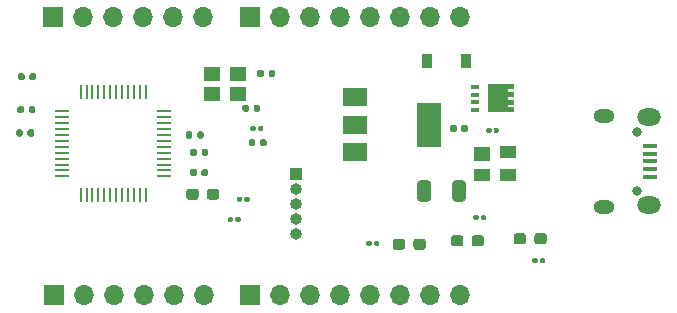
<source format=gts>
%TF.GenerationSoftware,KiCad,Pcbnew,(5.1.10)-1*%
%TF.CreationDate,2021-11-18T18:04:21+00:00*%
%TF.ProjectId,arduino_zero_like,61726475-696e-46f5-9f7a-65726f5f6c69,rev?*%
%TF.SameCoordinates,Original*%
%TF.FileFunction,Soldermask,Top*%
%TF.FilePolarity,Negative*%
%FSLAX46Y46*%
G04 Gerber Fmt 4.6, Leading zero omitted, Abs format (unit mm)*
G04 Created by KiCad (PCBNEW (5.1.10)-1) date 2021-11-18 18:04:21*
%MOMM*%
%LPD*%
G01*
G04 APERTURE LIST*
%ADD10R,0.900000X1.200000*%
%ADD11R,1.400000X1.200000*%
%ADD12R,1.400000X1.000000*%
%ADD13R,1.700000X1.700000*%
%ADD14O,1.700000X1.700000*%
%ADD15R,1.000000X1.000000*%
%ADD16O,1.000000X1.000000*%
%ADD17R,1.300000X0.450000*%
%ADD18O,2.000000X1.450000*%
%ADD19O,1.800000X1.150000*%
%ADD20O,0.800000X0.800000*%
%ADD21R,0.700000X0.420000*%
%ADD22C,0.100000*%
%ADD23R,2.000000X3.800000*%
%ADD24R,2.000000X1.500000*%
%ADD25R,0.250000X1.300000*%
%ADD26R,1.300000X0.250000*%
G04 APERTURE END LIST*
%TO.C,C1*%
G36*
G01*
X91440000Y-66560000D02*
X91440000Y-66220000D01*
G75*
G02*
X91580000Y-66080000I140000J0D01*
G01*
X91860000Y-66080000D01*
G75*
G02*
X92000000Y-66220000I0J-140000D01*
G01*
X92000000Y-66560000D01*
G75*
G02*
X91860000Y-66700000I-140000J0D01*
G01*
X91580000Y-66700000D01*
G75*
G02*
X91440000Y-66560000I0J140000D01*
G01*
G37*
G36*
G01*
X90480000Y-66560000D02*
X90480000Y-66220000D01*
G75*
G02*
X90620000Y-66080000I140000J0D01*
G01*
X90900000Y-66080000D01*
G75*
G02*
X91040000Y-66220000I0J-140000D01*
G01*
X91040000Y-66560000D01*
G75*
G02*
X90900000Y-66700000I-140000J0D01*
G01*
X90620000Y-66700000D01*
G75*
G02*
X90480000Y-66560000I0J140000D01*
G01*
G37*
%TD*%
%TO.C,C2*%
G36*
G01*
X87715000Y-72320001D02*
X87715000Y-71019999D01*
G75*
G02*
X87964999Y-70770000I249999J0D01*
G01*
X88615001Y-70770000D01*
G75*
G02*
X88865000Y-71019999I0J-249999D01*
G01*
X88865000Y-72320001D01*
G75*
G02*
X88615001Y-72570000I-249999J0D01*
G01*
X87964999Y-72570000D01*
G75*
G02*
X87715000Y-72320001I0J249999D01*
G01*
G37*
G36*
G01*
X90665000Y-72320001D02*
X90665000Y-71019999D01*
G75*
G02*
X90914999Y-70770000I249999J0D01*
G01*
X91565001Y-70770000D01*
G75*
G02*
X91815000Y-71019999I0J-249999D01*
G01*
X91815000Y-72320001D01*
G75*
G02*
X91565001Y-72570000I-249999J0D01*
G01*
X90914999Y-72570000D01*
G75*
G02*
X90665000Y-72320001I0J249999D01*
G01*
G37*
%TD*%
%TO.C,C3*%
G36*
G01*
X75110000Y-61920000D02*
X75110000Y-61580000D01*
G75*
G02*
X75250000Y-61440000I140000J0D01*
G01*
X75530000Y-61440000D01*
G75*
G02*
X75670000Y-61580000I0J-140000D01*
G01*
X75670000Y-61920000D01*
G75*
G02*
X75530000Y-62060000I-140000J0D01*
G01*
X75250000Y-62060000D01*
G75*
G02*
X75110000Y-61920000I0J140000D01*
G01*
G37*
G36*
G01*
X74150000Y-61920000D02*
X74150000Y-61580000D01*
G75*
G02*
X74290000Y-61440000I140000J0D01*
G01*
X74570000Y-61440000D01*
G75*
G02*
X74710000Y-61580000I0J-140000D01*
G01*
X74710000Y-61920000D01*
G75*
G02*
X74570000Y-62060000I-140000J0D01*
G01*
X74290000Y-62060000D01*
G75*
G02*
X74150000Y-61920000I0J140000D01*
G01*
G37*
%TD*%
%TO.C,C4*%
G36*
G01*
X72890000Y-64840000D02*
X72890000Y-64500000D01*
G75*
G02*
X73030000Y-64360000I140000J0D01*
G01*
X73310000Y-64360000D01*
G75*
G02*
X73450000Y-64500000I0J-140000D01*
G01*
X73450000Y-64840000D01*
G75*
G02*
X73310000Y-64980000I-140000J0D01*
G01*
X73030000Y-64980000D01*
G75*
G02*
X72890000Y-64840000I0J140000D01*
G01*
G37*
G36*
G01*
X73850000Y-64840000D02*
X73850000Y-64500000D01*
G75*
G02*
X73990000Y-64360000I140000J0D01*
G01*
X74270000Y-64360000D01*
G75*
G02*
X74410000Y-64500000I0J-140000D01*
G01*
X74410000Y-64840000D01*
G75*
G02*
X74270000Y-64980000I-140000J0D01*
G01*
X73990000Y-64980000D01*
G75*
G02*
X73850000Y-64840000I0J140000D01*
G01*
G37*
%TD*%
%TO.C,C5*%
G36*
G01*
X53740000Y-66930000D02*
X53740000Y-66590000D01*
G75*
G02*
X53880000Y-66450000I140000J0D01*
G01*
X54160000Y-66450000D01*
G75*
G02*
X54300000Y-66590000I0J-140000D01*
G01*
X54300000Y-66930000D01*
G75*
G02*
X54160000Y-67070000I-140000J0D01*
G01*
X53880000Y-67070000D01*
G75*
G02*
X53740000Y-66930000I0J140000D01*
G01*
G37*
G36*
G01*
X54700000Y-66930000D02*
X54700000Y-66590000D01*
G75*
G02*
X54840000Y-66450000I140000J0D01*
G01*
X55120000Y-66450000D01*
G75*
G02*
X55260000Y-66590000I0J-140000D01*
G01*
X55260000Y-66930000D01*
G75*
G02*
X55120000Y-67070000I-140000J0D01*
G01*
X54840000Y-67070000D01*
G75*
G02*
X54700000Y-66930000I0J140000D01*
G01*
G37*
%TD*%
%TO.C,C6*%
G36*
G01*
X74390000Y-67750000D02*
X74390000Y-67410000D01*
G75*
G02*
X74530000Y-67270000I140000J0D01*
G01*
X74810000Y-67270000D01*
G75*
G02*
X74950000Y-67410000I0J-140000D01*
G01*
X74950000Y-67750000D01*
G75*
G02*
X74810000Y-67890000I-140000J0D01*
G01*
X74530000Y-67890000D01*
G75*
G02*
X74390000Y-67750000I0J140000D01*
G01*
G37*
G36*
G01*
X73430000Y-67750000D02*
X73430000Y-67410000D01*
G75*
G02*
X73570000Y-67270000I140000J0D01*
G01*
X73850000Y-67270000D01*
G75*
G02*
X73990000Y-67410000I0J-140000D01*
G01*
X73990000Y-67750000D01*
G75*
G02*
X73850000Y-67890000I-140000J0D01*
G01*
X73570000Y-67890000D01*
G75*
G02*
X73430000Y-67750000I0J140000D01*
G01*
G37*
%TD*%
%TO.C,C7*%
G36*
G01*
X54810000Y-64960000D02*
X54810000Y-64620000D01*
G75*
G02*
X54950000Y-64480000I140000J0D01*
G01*
X55230000Y-64480000D01*
G75*
G02*
X55370000Y-64620000I0J-140000D01*
G01*
X55370000Y-64960000D01*
G75*
G02*
X55230000Y-65100000I-140000J0D01*
G01*
X54950000Y-65100000D01*
G75*
G02*
X54810000Y-64960000I0J140000D01*
G01*
G37*
G36*
G01*
X53850000Y-64960000D02*
X53850000Y-64620000D01*
G75*
G02*
X53990000Y-64480000I140000J0D01*
G01*
X54270000Y-64480000D01*
G75*
G02*
X54410000Y-64620000I0J-140000D01*
G01*
X54410000Y-64960000D01*
G75*
G02*
X54270000Y-65100000I-140000J0D01*
G01*
X53990000Y-65100000D01*
G75*
G02*
X53850000Y-64960000I0J140000D01*
G01*
G37*
%TD*%
%TO.C,C8*%
G36*
G01*
X53910000Y-62170000D02*
X53910000Y-61830000D01*
G75*
G02*
X54050000Y-61690000I140000J0D01*
G01*
X54330000Y-61690000D01*
G75*
G02*
X54470000Y-61830000I0J-140000D01*
G01*
X54470000Y-62170000D01*
G75*
G02*
X54330000Y-62310000I-140000J0D01*
G01*
X54050000Y-62310000D01*
G75*
G02*
X53910000Y-62170000I0J140000D01*
G01*
G37*
G36*
G01*
X54870000Y-62170000D02*
X54870000Y-61830000D01*
G75*
G02*
X55010000Y-61690000I140000J0D01*
G01*
X55290000Y-61690000D01*
G75*
G02*
X55430000Y-61830000I0J-140000D01*
G01*
X55430000Y-62170000D01*
G75*
G02*
X55290000Y-62310000I-140000J0D01*
G01*
X55010000Y-62310000D01*
G75*
G02*
X54870000Y-62170000I0J140000D01*
G01*
G37*
%TD*%
%TO.C,C9*%
G36*
G01*
X68110000Y-67100000D02*
X68110000Y-66760000D01*
G75*
G02*
X68250000Y-66620000I140000J0D01*
G01*
X68530000Y-66620000D01*
G75*
G02*
X68670000Y-66760000I0J-140000D01*
G01*
X68670000Y-67100000D01*
G75*
G02*
X68530000Y-67240000I-140000J0D01*
G01*
X68250000Y-67240000D01*
G75*
G02*
X68110000Y-67100000I0J140000D01*
G01*
G37*
G36*
G01*
X69070000Y-67100000D02*
X69070000Y-66760000D01*
G75*
G02*
X69210000Y-66620000I140000J0D01*
G01*
X69490000Y-66620000D01*
G75*
G02*
X69630000Y-66760000I0J-140000D01*
G01*
X69630000Y-67100000D01*
G75*
G02*
X69490000Y-67240000I-140000J0D01*
G01*
X69210000Y-67240000D01*
G75*
G02*
X69070000Y-67100000I0J140000D01*
G01*
G37*
%TD*%
%TO.C,C10*%
G36*
G01*
X68480000Y-68570000D02*
X68480000Y-68230000D01*
G75*
G02*
X68620000Y-68090000I140000J0D01*
G01*
X68900000Y-68090000D01*
G75*
G02*
X69040000Y-68230000I0J-140000D01*
G01*
X69040000Y-68570000D01*
G75*
G02*
X68900000Y-68710000I-140000J0D01*
G01*
X68620000Y-68710000D01*
G75*
G02*
X68480000Y-68570000I0J140000D01*
G01*
G37*
G36*
G01*
X69440000Y-68570000D02*
X69440000Y-68230000D01*
G75*
G02*
X69580000Y-68090000I140000J0D01*
G01*
X69860000Y-68090000D01*
G75*
G02*
X70000000Y-68230000I0J-140000D01*
G01*
X70000000Y-68570000D01*
G75*
G02*
X69860000Y-68710000I-140000J0D01*
G01*
X69580000Y-68710000D01*
G75*
G02*
X69440000Y-68570000I0J140000D01*
G01*
G37*
%TD*%
%TO.C,C11*%
G36*
G01*
X69430000Y-70290000D02*
X69430000Y-69950000D01*
G75*
G02*
X69570000Y-69810000I140000J0D01*
G01*
X69850000Y-69810000D01*
G75*
G02*
X69990000Y-69950000I0J-140000D01*
G01*
X69990000Y-70290000D01*
G75*
G02*
X69850000Y-70430000I-140000J0D01*
G01*
X69570000Y-70430000D01*
G75*
G02*
X69430000Y-70290000I0J140000D01*
G01*
G37*
G36*
G01*
X68470000Y-70290000D02*
X68470000Y-69950000D01*
G75*
G02*
X68610000Y-69810000I140000J0D01*
G01*
X68890000Y-69810000D01*
G75*
G02*
X69030000Y-69950000I0J-140000D01*
G01*
X69030000Y-70290000D01*
G75*
G02*
X68890000Y-70430000I-140000J0D01*
G01*
X68610000Y-70430000D01*
G75*
G02*
X68470000Y-70290000I0J140000D01*
G01*
G37*
%TD*%
D10*
%TO.C,D1*%
X88500000Y-60680000D03*
X91800000Y-60680000D03*
%TD*%
%TO.C,D2*%
G36*
G01*
X88430000Y-75952500D02*
X88430000Y-76427500D01*
G75*
G02*
X88192500Y-76665000I-237500J0D01*
G01*
X87617500Y-76665000D01*
G75*
G02*
X87380000Y-76427500I0J237500D01*
G01*
X87380000Y-75952500D01*
G75*
G02*
X87617500Y-75715000I237500J0D01*
G01*
X88192500Y-75715000D01*
G75*
G02*
X88430000Y-75952500I0J-237500D01*
G01*
G37*
G36*
G01*
X86680000Y-75952500D02*
X86680000Y-76427500D01*
G75*
G02*
X86442500Y-76665000I-237500J0D01*
G01*
X85867500Y-76665000D01*
G75*
G02*
X85630000Y-76427500I0J237500D01*
G01*
X85630000Y-75952500D01*
G75*
G02*
X85867500Y-75715000I237500J0D01*
G01*
X86442500Y-75715000D01*
G75*
G02*
X86680000Y-75952500I0J-237500D01*
G01*
G37*
%TD*%
%TO.C,D3*%
G36*
G01*
X97615000Y-75957500D02*
X97615000Y-75482500D01*
G75*
G02*
X97852500Y-75245000I237500J0D01*
G01*
X98427500Y-75245000D01*
G75*
G02*
X98665000Y-75482500I0J-237500D01*
G01*
X98665000Y-75957500D01*
G75*
G02*
X98427500Y-76195000I-237500J0D01*
G01*
X97852500Y-76195000D01*
G75*
G02*
X97615000Y-75957500I0J237500D01*
G01*
G37*
G36*
G01*
X95865000Y-75957500D02*
X95865000Y-75482500D01*
G75*
G02*
X96102500Y-75245000I237500J0D01*
G01*
X96677500Y-75245000D01*
G75*
G02*
X96915000Y-75482500I0J-237500D01*
G01*
X96915000Y-75957500D01*
G75*
G02*
X96677500Y-76195000I-237500J0D01*
G01*
X96102500Y-76195000D01*
G75*
G02*
X95865000Y-75957500I0J237500D01*
G01*
G37*
%TD*%
%TO.C,D4*%
G36*
G01*
X90560000Y-76127500D02*
X90560000Y-75652500D01*
G75*
G02*
X90797500Y-75415000I237500J0D01*
G01*
X91372500Y-75415000D01*
G75*
G02*
X91610000Y-75652500I0J-237500D01*
G01*
X91610000Y-76127500D01*
G75*
G02*
X91372500Y-76365000I-237500J0D01*
G01*
X90797500Y-76365000D01*
G75*
G02*
X90560000Y-76127500I0J237500D01*
G01*
G37*
G36*
G01*
X92310000Y-76127500D02*
X92310000Y-75652500D01*
G75*
G02*
X92547500Y-75415000I237500J0D01*
G01*
X93122500Y-75415000D01*
G75*
G02*
X93360000Y-75652500I0J-237500D01*
G01*
X93360000Y-76127500D01*
G75*
G02*
X93122500Y-76365000I-237500J0D01*
G01*
X92547500Y-76365000D01*
G75*
G02*
X92310000Y-76127500I0J237500D01*
G01*
G37*
%TD*%
D11*
%TO.C,D5*%
X93150000Y-68580000D03*
D12*
X93150000Y-70300000D03*
X95350000Y-70300000D03*
X95350000Y-68400000D03*
%TD*%
D13*
%TO.C,J1*%
X56950000Y-80520000D03*
D14*
X59490000Y-80520000D03*
X62030000Y-80520000D03*
X64570000Y-80520000D03*
X67110000Y-80520000D03*
X69650000Y-80520000D03*
%TD*%
D13*
%TO.C,J2*%
X56900000Y-56980000D03*
D14*
X59440000Y-56980000D03*
X61980000Y-56980000D03*
X64520000Y-56980000D03*
X67060000Y-56980000D03*
X69600000Y-56980000D03*
%TD*%
%TO.C,J3*%
X91360000Y-80460000D03*
X88820000Y-80460000D03*
X86280000Y-80460000D03*
X83740000Y-80460000D03*
X81200000Y-80460000D03*
X78660000Y-80460000D03*
X76120000Y-80460000D03*
D13*
X73580000Y-80460000D03*
%TD*%
%TO.C,J4*%
X73580000Y-56940000D03*
D14*
X76120000Y-56940000D03*
X78660000Y-56940000D03*
X81200000Y-56940000D03*
X83740000Y-56940000D03*
X86280000Y-56940000D03*
X88820000Y-56940000D03*
X91360000Y-56940000D03*
%TD*%
D15*
%TO.C,J5*%
X77470000Y-70220000D03*
D16*
X77470000Y-71490000D03*
X77470000Y-72760000D03*
X77470000Y-74030000D03*
X77470000Y-75300000D03*
%TD*%
D17*
%TO.C,J6*%
X107370000Y-67870000D03*
X107370000Y-68520000D03*
X107370000Y-69170000D03*
X107370000Y-69820000D03*
X107370000Y-70470000D03*
D18*
X107320000Y-65445000D03*
X107320000Y-72895000D03*
D19*
X103520000Y-65295000D03*
X103520000Y-73045000D03*
D20*
X106270000Y-66670000D03*
X106270000Y-71670000D03*
%TD*%
%TO.C,L1*%
G36*
G01*
X68140000Y-72187500D02*
X68140000Y-71712500D01*
G75*
G02*
X68377500Y-71475000I237500J0D01*
G01*
X68952500Y-71475000D01*
G75*
G02*
X69190000Y-71712500I0J-237500D01*
G01*
X69190000Y-72187500D01*
G75*
G02*
X68952500Y-72425000I-237500J0D01*
G01*
X68377500Y-72425000D01*
G75*
G02*
X68140000Y-72187500I0J237500D01*
G01*
G37*
G36*
G01*
X69890000Y-72187500D02*
X69890000Y-71712500D01*
G75*
G02*
X70127500Y-71475000I237500J0D01*
G01*
X70702500Y-71475000D01*
G75*
G02*
X70940000Y-71712500I0J-237500D01*
G01*
X70940000Y-72187500D01*
G75*
G02*
X70702500Y-72425000I-237500J0D01*
G01*
X70127500Y-72425000D01*
G75*
G02*
X69890000Y-72187500I0J237500D01*
G01*
G37*
%TD*%
D21*
%TO.C,Q1*%
X92570000Y-62855000D03*
X92570000Y-64155000D03*
X92570000Y-63505000D03*
X92570000Y-64805000D03*
D22*
G36*
X95920000Y-63065000D02*
G01*
X95380000Y-63065000D01*
X95380000Y-63295000D01*
X95920000Y-63295000D01*
X95920000Y-63715000D01*
X95380000Y-63715000D01*
X95380000Y-63945000D01*
X95920000Y-63945000D01*
X95920000Y-64365000D01*
X95380000Y-64365000D01*
X95380000Y-64595000D01*
X95920000Y-64595000D01*
X95920000Y-65015000D01*
X93670000Y-65015000D01*
X93670000Y-62645000D01*
X95920000Y-62645000D01*
X95920000Y-63065000D01*
G37*
%TD*%
%TO.C,R1*%
G36*
G01*
X93530000Y-66650000D02*
X93530000Y-66450000D01*
G75*
G02*
X93630000Y-66350000I100000J0D01*
G01*
X93890000Y-66350000D01*
G75*
G02*
X93990000Y-66450000I0J-100000D01*
G01*
X93990000Y-66650000D01*
G75*
G02*
X93890000Y-66750000I-100000J0D01*
G01*
X93630000Y-66750000D01*
G75*
G02*
X93530000Y-66650000I0J100000D01*
G01*
G37*
G36*
G01*
X94170000Y-66650000D02*
X94170000Y-66450000D01*
G75*
G02*
X94270000Y-66350000I100000J0D01*
G01*
X94530000Y-66350000D01*
G75*
G02*
X94630000Y-66450000I0J-100000D01*
G01*
X94630000Y-66650000D01*
G75*
G02*
X94530000Y-66750000I-100000J0D01*
G01*
X94270000Y-66750000D01*
G75*
G02*
X94170000Y-66650000I0J100000D01*
G01*
G37*
%TD*%
%TO.C,R2*%
G36*
G01*
X73580000Y-66490000D02*
X73580000Y-66290000D01*
G75*
G02*
X73680000Y-66190000I100000J0D01*
G01*
X73940000Y-66190000D01*
G75*
G02*
X74040000Y-66290000I0J-100000D01*
G01*
X74040000Y-66490000D01*
G75*
G02*
X73940000Y-66590000I-100000J0D01*
G01*
X73680000Y-66590000D01*
G75*
G02*
X73580000Y-66490000I0J100000D01*
G01*
G37*
G36*
G01*
X74220000Y-66490000D02*
X74220000Y-66290000D01*
G75*
G02*
X74320000Y-66190000I100000J0D01*
G01*
X74580000Y-66190000D01*
G75*
G02*
X74680000Y-66290000I0J-100000D01*
G01*
X74680000Y-66490000D01*
G75*
G02*
X74580000Y-66590000I-100000J0D01*
G01*
X74320000Y-66590000D01*
G75*
G02*
X74220000Y-66490000I0J100000D01*
G01*
G37*
%TD*%
%TO.C,R3*%
G36*
G01*
X84040000Y-76230000D02*
X84040000Y-76030000D01*
G75*
G02*
X84140000Y-75930000I100000J0D01*
G01*
X84400000Y-75930000D01*
G75*
G02*
X84500000Y-76030000I0J-100000D01*
G01*
X84500000Y-76230000D01*
G75*
G02*
X84400000Y-76330000I-100000J0D01*
G01*
X84140000Y-76330000D01*
G75*
G02*
X84040000Y-76230000I0J100000D01*
G01*
G37*
G36*
G01*
X83400000Y-76230000D02*
X83400000Y-76030000D01*
G75*
G02*
X83500000Y-75930000I100000J0D01*
G01*
X83760000Y-75930000D01*
G75*
G02*
X83860000Y-76030000I0J-100000D01*
G01*
X83860000Y-76230000D01*
G75*
G02*
X83760000Y-76330000I-100000J0D01*
G01*
X83500000Y-76330000D01*
G75*
G02*
X83400000Y-76230000I0J100000D01*
G01*
G37*
%TD*%
%TO.C,R4*%
G36*
G01*
X97450000Y-77680000D02*
X97450000Y-77480000D01*
G75*
G02*
X97550000Y-77380000I100000J0D01*
G01*
X97810000Y-77380000D01*
G75*
G02*
X97910000Y-77480000I0J-100000D01*
G01*
X97910000Y-77680000D01*
G75*
G02*
X97810000Y-77780000I-100000J0D01*
G01*
X97550000Y-77780000D01*
G75*
G02*
X97450000Y-77680000I0J100000D01*
G01*
G37*
G36*
G01*
X98090000Y-77680000D02*
X98090000Y-77480000D01*
G75*
G02*
X98190000Y-77380000I100000J0D01*
G01*
X98450000Y-77380000D01*
G75*
G02*
X98550000Y-77480000I0J-100000D01*
G01*
X98550000Y-77680000D01*
G75*
G02*
X98450000Y-77780000I-100000J0D01*
G01*
X98190000Y-77780000D01*
G75*
G02*
X98090000Y-77680000I0J100000D01*
G01*
G37*
%TD*%
%TO.C,R5*%
G36*
G01*
X93100000Y-74030000D02*
X93100000Y-73830000D01*
G75*
G02*
X93200000Y-73730000I100000J0D01*
G01*
X93460000Y-73730000D01*
G75*
G02*
X93560000Y-73830000I0J-100000D01*
G01*
X93560000Y-74030000D01*
G75*
G02*
X93460000Y-74130000I-100000J0D01*
G01*
X93200000Y-74130000D01*
G75*
G02*
X93100000Y-74030000I0J100000D01*
G01*
G37*
G36*
G01*
X92460000Y-74030000D02*
X92460000Y-73830000D01*
G75*
G02*
X92560000Y-73730000I100000J0D01*
G01*
X92820000Y-73730000D01*
G75*
G02*
X92920000Y-73830000I0J-100000D01*
G01*
X92920000Y-74030000D01*
G75*
G02*
X92820000Y-74130000I-100000J0D01*
G01*
X92560000Y-74130000D01*
G75*
G02*
X92460000Y-74030000I0J100000D01*
G01*
G37*
%TD*%
%TO.C,R6*%
G36*
G01*
X72880000Y-72270000D02*
X72880000Y-72470000D01*
G75*
G02*
X72780000Y-72570000I-100000J0D01*
G01*
X72520000Y-72570000D01*
G75*
G02*
X72420000Y-72470000I0J100000D01*
G01*
X72420000Y-72270000D01*
G75*
G02*
X72520000Y-72170000I100000J0D01*
G01*
X72780000Y-72170000D01*
G75*
G02*
X72880000Y-72270000I0J-100000D01*
G01*
G37*
G36*
G01*
X73520000Y-72270000D02*
X73520000Y-72470000D01*
G75*
G02*
X73420000Y-72570000I-100000J0D01*
G01*
X73160000Y-72570000D01*
G75*
G02*
X73060000Y-72470000I0J100000D01*
G01*
X73060000Y-72270000D01*
G75*
G02*
X73160000Y-72170000I100000J0D01*
G01*
X73420000Y-72170000D01*
G75*
G02*
X73520000Y-72270000I0J-100000D01*
G01*
G37*
%TD*%
%TO.C,R7*%
G36*
G01*
X72750000Y-73990000D02*
X72750000Y-74190000D01*
G75*
G02*
X72650000Y-74290000I-100000J0D01*
G01*
X72390000Y-74290000D01*
G75*
G02*
X72290000Y-74190000I0J100000D01*
G01*
X72290000Y-73990000D01*
G75*
G02*
X72390000Y-73890000I100000J0D01*
G01*
X72650000Y-73890000D01*
G75*
G02*
X72750000Y-73990000I0J-100000D01*
G01*
G37*
G36*
G01*
X72110000Y-73990000D02*
X72110000Y-74190000D01*
G75*
G02*
X72010000Y-74290000I-100000J0D01*
G01*
X71750000Y-74290000D01*
G75*
G02*
X71650000Y-74190000I0J100000D01*
G01*
X71650000Y-73990000D01*
G75*
G02*
X71750000Y-73890000I100000J0D01*
G01*
X72010000Y-73890000D01*
G75*
G02*
X72110000Y-73990000I0J-100000D01*
G01*
G37*
%TD*%
D23*
%TO.C,U1*%
X88730000Y-66050000D03*
D24*
X82430000Y-66050000D03*
X82430000Y-68350000D03*
X82430000Y-63750000D03*
%TD*%
D25*
%TO.C,U2*%
X64700000Y-63330000D03*
X64200000Y-63330000D03*
X63700000Y-63330000D03*
X63200000Y-63330000D03*
X62700000Y-63330000D03*
X62200000Y-63330000D03*
X61700000Y-63330000D03*
X61200000Y-63330000D03*
X60700000Y-63330000D03*
X60200000Y-63330000D03*
X59700000Y-63330000D03*
X59200000Y-63330000D03*
D26*
X57600000Y-64930000D03*
X57600000Y-65430000D03*
X57600000Y-65930000D03*
X57600000Y-66430000D03*
X57600000Y-66930000D03*
X57600000Y-67430000D03*
X57600000Y-67930000D03*
X57600000Y-68430000D03*
X57600000Y-68930000D03*
X57600000Y-69430000D03*
X57600000Y-69930000D03*
X57600000Y-70430000D03*
D25*
X59200000Y-72030000D03*
X59700000Y-72030000D03*
X60200000Y-72030000D03*
X60700000Y-72030000D03*
X61200000Y-72030000D03*
X61700000Y-72030000D03*
X62200000Y-72030000D03*
X62700000Y-72030000D03*
X63200000Y-72030000D03*
X63700000Y-72030000D03*
X64200000Y-72030000D03*
X64700000Y-72030000D03*
D26*
X66300000Y-70430000D03*
X66300000Y-69930000D03*
X66300000Y-69430000D03*
X66300000Y-68930000D03*
X66300000Y-68430000D03*
X66300000Y-67930000D03*
X66300000Y-67430000D03*
X66300000Y-66930000D03*
X66300000Y-66430000D03*
X66300000Y-65930000D03*
X66300000Y-65430000D03*
X66300000Y-64930000D03*
%TD*%
D11*
%TO.C,Y1*%
X70320000Y-63430000D03*
X72520000Y-63430000D03*
X72520000Y-61730000D03*
X70320000Y-61730000D03*
%TD*%
M02*

</source>
